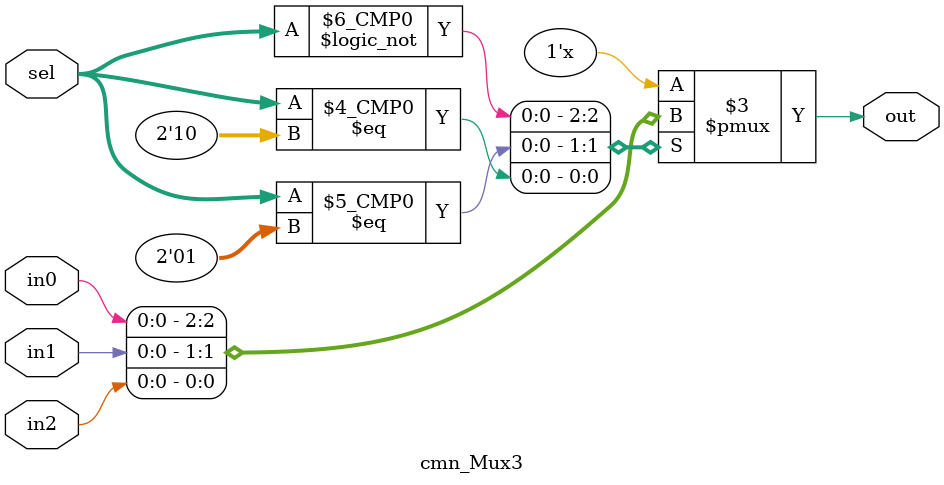
<source format=v>
module cmn_Mux3 (
	in0,
	in1,
	in2,
	sel,
	out
);
	parameter p_nbits = 1;
	input wire [p_nbits - 1:0] in0;
	input wire [p_nbits - 1:0] in1;
	input wire [p_nbits - 1:0] in2;
	input wire [1:0] sel;
	output reg [p_nbits - 1:0] out;
	always @(*)
		case (sel)
			2'd0: out = in0;
			2'd1: out = in1;
			2'd2: out = in2;
			default: out = {p_nbits {1'bx}};
		endcase
endmodule

</source>
